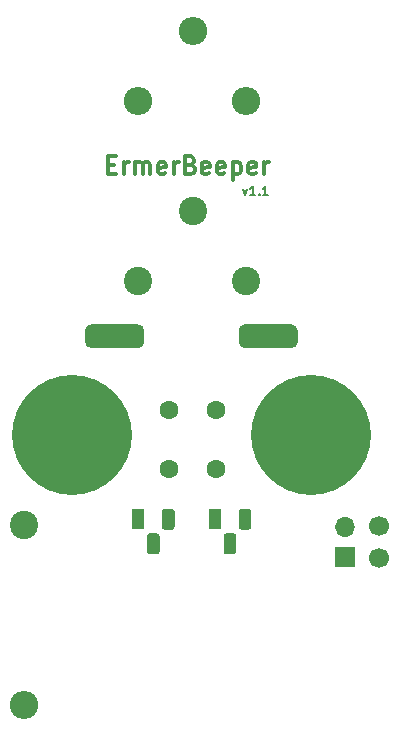
<source format=gbr>
%TF.GenerationSoftware,KiCad,Pcbnew,5.1.10*%
%TF.CreationDate,2021-10-21T14:21:38+02:00*%
%TF.ProjectId,ermerBeeperTHT,65726d65-7242-4656-9570-65725448542e,rev?*%
%TF.SameCoordinates,Original*%
%TF.FileFunction,Soldermask,Top*%
%TF.FilePolarity,Negative*%
%FSLAX46Y46*%
G04 Gerber Fmt 4.6, Leading zero omitted, Abs format (unit mm)*
G04 Created by KiCad (PCBNEW 5.1.10) date 2021-10-21 14:21:38*
%MOMM*%
%LPD*%
G01*
G04 APERTURE LIST*
%ADD10C,0.187500*%
%ADD11C,0.300000*%
%ADD12O,2.400000X2.400000*%
%ADD13C,2.400000*%
%ADD14C,1.700000*%
%ADD15R,1.100000X1.800000*%
%ADD16C,10.160000*%
%ADD17C,1.600000*%
%ADD18O,1.700000X1.700000*%
%ADD19R,1.700000X1.700000*%
G04 APERTURE END LIST*
D10*
X76878571Y-25739285D02*
X77057142Y-26239285D01*
X77235714Y-25739285D01*
X77914285Y-26239285D02*
X77485714Y-26239285D01*
X77700000Y-26239285D02*
X77700000Y-25489285D01*
X77628571Y-25596428D01*
X77557142Y-25667857D01*
X77485714Y-25703571D01*
X78235714Y-26167857D02*
X78271428Y-26203571D01*
X78235714Y-26239285D01*
X78200000Y-26203571D01*
X78235714Y-26167857D01*
X78235714Y-26239285D01*
X78985714Y-26239285D02*
X78557142Y-26239285D01*
X78771428Y-26239285D02*
X78771428Y-25489285D01*
X78700000Y-25596428D01*
X78628571Y-25667857D01*
X78557142Y-25703571D01*
D11*
X65435714Y-23692857D02*
X65935714Y-23692857D01*
X66150000Y-24478571D02*
X65435714Y-24478571D01*
X65435714Y-22978571D01*
X66150000Y-22978571D01*
X66792857Y-24478571D02*
X66792857Y-23478571D01*
X66792857Y-23764285D02*
X66864285Y-23621428D01*
X66935714Y-23550000D01*
X67078571Y-23478571D01*
X67221428Y-23478571D01*
X67721428Y-24478571D02*
X67721428Y-23478571D01*
X67721428Y-23621428D02*
X67792857Y-23550000D01*
X67935714Y-23478571D01*
X68150000Y-23478571D01*
X68292857Y-23550000D01*
X68364285Y-23692857D01*
X68364285Y-24478571D01*
X68364285Y-23692857D02*
X68435714Y-23550000D01*
X68578571Y-23478571D01*
X68792857Y-23478571D01*
X68935714Y-23550000D01*
X69007142Y-23692857D01*
X69007142Y-24478571D01*
X70292857Y-24407142D02*
X70150000Y-24478571D01*
X69864285Y-24478571D01*
X69721428Y-24407142D01*
X69650000Y-24264285D01*
X69650000Y-23692857D01*
X69721428Y-23550000D01*
X69864285Y-23478571D01*
X70150000Y-23478571D01*
X70292857Y-23550000D01*
X70364285Y-23692857D01*
X70364285Y-23835714D01*
X69650000Y-23978571D01*
X71007142Y-24478571D02*
X71007142Y-23478571D01*
X71007142Y-23764285D02*
X71078571Y-23621428D01*
X71150000Y-23550000D01*
X71292857Y-23478571D01*
X71435714Y-23478571D01*
X72435714Y-23692857D02*
X72650000Y-23764285D01*
X72721428Y-23835714D01*
X72792857Y-23978571D01*
X72792857Y-24192857D01*
X72721428Y-24335714D01*
X72650000Y-24407142D01*
X72507142Y-24478571D01*
X71935714Y-24478571D01*
X71935714Y-22978571D01*
X72435714Y-22978571D01*
X72578571Y-23050000D01*
X72650000Y-23121428D01*
X72721428Y-23264285D01*
X72721428Y-23407142D01*
X72650000Y-23550000D01*
X72578571Y-23621428D01*
X72435714Y-23692857D01*
X71935714Y-23692857D01*
X74007142Y-24407142D02*
X73864285Y-24478571D01*
X73578571Y-24478571D01*
X73435714Y-24407142D01*
X73364285Y-24264285D01*
X73364285Y-23692857D01*
X73435714Y-23550000D01*
X73578571Y-23478571D01*
X73864285Y-23478571D01*
X74007142Y-23550000D01*
X74078571Y-23692857D01*
X74078571Y-23835714D01*
X73364285Y-23978571D01*
X75292857Y-24407142D02*
X75150000Y-24478571D01*
X74864285Y-24478571D01*
X74721428Y-24407142D01*
X74650000Y-24264285D01*
X74650000Y-23692857D01*
X74721428Y-23550000D01*
X74864285Y-23478571D01*
X75150000Y-23478571D01*
X75292857Y-23550000D01*
X75364285Y-23692857D01*
X75364285Y-23835714D01*
X74650000Y-23978571D01*
X76007142Y-23478571D02*
X76007142Y-24978571D01*
X76007142Y-23550000D02*
X76150000Y-23478571D01*
X76435714Y-23478571D01*
X76578571Y-23550000D01*
X76650000Y-23621428D01*
X76721428Y-23764285D01*
X76721428Y-24192857D01*
X76650000Y-24335714D01*
X76578571Y-24407142D01*
X76435714Y-24478571D01*
X76150000Y-24478571D01*
X76007142Y-24407142D01*
X77935714Y-24407142D02*
X77792857Y-24478571D01*
X77507142Y-24478571D01*
X77364285Y-24407142D01*
X77292857Y-24264285D01*
X77292857Y-23692857D01*
X77364285Y-23550000D01*
X77507142Y-23478571D01*
X77792857Y-23478571D01*
X77935714Y-23550000D01*
X78007142Y-23692857D01*
X78007142Y-23835714D01*
X77292857Y-23978571D01*
X78650000Y-24478571D02*
X78650000Y-23478571D01*
X78650000Y-23764285D02*
X78721428Y-23621428D01*
X78792857Y-23550000D01*
X78935714Y-23478571D01*
X79078571Y-23478571D01*
D12*
%TO.C,R4*%
X58300000Y-69440000D03*
D13*
X58300000Y-54200000D03*
%TD*%
D14*
%TO.C,REF\u002A\u002A*%
X88350000Y-57000000D03*
%TD*%
%TO.C,REF\u002A\u002A*%
X88350000Y-54300000D03*
%TD*%
D12*
%TO.C,R3*%
X72600000Y-12360000D03*
D13*
X72600000Y-27600000D03*
%TD*%
D12*
%TO.C,R2*%
X77100000Y-18260000D03*
D13*
X77100000Y-33500000D03*
%TD*%
D12*
%TO.C,R1*%
X68000000Y-18260000D03*
D13*
X68000000Y-33500000D03*
%TD*%
D15*
%TO.C,Q2*%
X74500000Y-53700000D03*
G36*
G01*
X76490000Y-54325000D02*
X76490000Y-53075000D01*
G75*
G02*
X76765000Y-52800000I275000J0D01*
G01*
X77315000Y-52800000D01*
G75*
G02*
X77590000Y-53075000I0J-275000D01*
G01*
X77590000Y-54325000D01*
G75*
G02*
X77315000Y-54600000I-275000J0D01*
G01*
X76765000Y-54600000D01*
G75*
G02*
X76490000Y-54325000I0J275000D01*
G01*
G37*
G36*
G01*
X75220000Y-56395000D02*
X75220000Y-55145000D01*
G75*
G02*
X75495000Y-54870000I275000J0D01*
G01*
X76045000Y-54870000D01*
G75*
G02*
X76320000Y-55145000I0J-275000D01*
G01*
X76320000Y-56395000D01*
G75*
G02*
X76045000Y-56670000I-275000J0D01*
G01*
X75495000Y-56670000D01*
G75*
G02*
X75220000Y-56395000I0J275000D01*
G01*
G37*
%TD*%
%TO.C,Q1*%
X68000000Y-53700000D03*
G36*
G01*
X69990000Y-54325000D02*
X69990000Y-53075000D01*
G75*
G02*
X70265000Y-52800000I275000J0D01*
G01*
X70815000Y-52800000D01*
G75*
G02*
X71090000Y-53075000I0J-275000D01*
G01*
X71090000Y-54325000D01*
G75*
G02*
X70815000Y-54600000I-275000J0D01*
G01*
X70265000Y-54600000D01*
G75*
G02*
X69990000Y-54325000I0J275000D01*
G01*
G37*
G36*
G01*
X68720000Y-56395000D02*
X68720000Y-55145000D01*
G75*
G02*
X68995000Y-54870000I275000J0D01*
G01*
X69545000Y-54870000D01*
G75*
G02*
X69820000Y-55145000I0J-275000D01*
G01*
X69820000Y-56395000D01*
G75*
G02*
X69545000Y-56670000I-275000J0D01*
G01*
X68995000Y-56670000D01*
G75*
G02*
X68720000Y-56395000I0J275000D01*
G01*
G37*
%TD*%
%TO.C,LS1*%
G36*
G01*
X68500000Y-37700000D02*
X68500000Y-38700000D01*
G75*
G02*
X68000000Y-39200000I-500000J0D01*
G01*
X64000000Y-39200000D01*
G75*
G02*
X63500000Y-38700000I0J500000D01*
G01*
X63500000Y-37700000D01*
G75*
G02*
X64000000Y-37200000I500000J0D01*
G01*
X68000000Y-37200000D01*
G75*
G02*
X68500000Y-37700000I0J-500000D01*
G01*
G37*
G36*
G01*
X81500000Y-37700000D02*
X81500000Y-38700000D01*
G75*
G02*
X81000000Y-39200000I-500000J0D01*
G01*
X77000000Y-39200000D01*
G75*
G02*
X76500000Y-38700000I0J500000D01*
G01*
X76500000Y-37700000D01*
G75*
G02*
X77000000Y-37200000I500000J0D01*
G01*
X81000000Y-37200000D01*
G75*
G02*
X81500000Y-37700000I0J-500000D01*
G01*
G37*
%TD*%
D16*
%TO.C,J2*%
X82600000Y-46600000D03*
%TD*%
%TO.C,J1*%
X62400000Y-46600000D03*
%TD*%
D17*
%TO.C,C2*%
X74600000Y-49400000D03*
X74600000Y-44400000D03*
%TD*%
%TO.C,C1*%
X70600000Y-49400000D03*
X70600000Y-44400000D03*
%TD*%
D18*
%TO.C,BAT1*%
X85500000Y-54310000D03*
D19*
X85500000Y-56850000D03*
%TD*%
M02*

</source>
